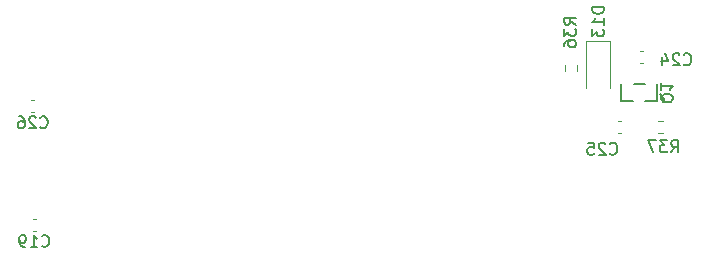
<source format=gbr>
%TF.GenerationSoftware,KiCad,Pcbnew,8.0.0-rc1-91-gb65fa46c3c*%
%TF.CreationDate,2024-02-01T16:18:31+08:00*%
%TF.ProjectId,_____,d0a8a736-612e-46b6-9963-61645f706362,rev?*%
%TF.SameCoordinates,Original*%
%TF.FileFunction,Legend,Bot*%
%TF.FilePolarity,Positive*%
%FSLAX46Y46*%
G04 Gerber Fmt 4.6, Leading zero omitted, Abs format (unit mm)*
G04 Created by KiCad (PCBNEW 8.0.0-rc1-91-gb65fa46c3c) date 2024-02-01 16:18:31*
%MOMM*%
%LPD*%
G01*
G04 APERTURE LIST*
%ADD10C,0.150000*%
%ADD11C,0.120000*%
%ADD12C,0.152500*%
G04 APERTURE END LIST*
D10*
X33853057Y-70267980D02*
X33900676Y-70315600D01*
X33900676Y-70315600D02*
X34043533Y-70363219D01*
X34043533Y-70363219D02*
X34138771Y-70363219D01*
X34138771Y-70363219D02*
X34281628Y-70315600D01*
X34281628Y-70315600D02*
X34376866Y-70220361D01*
X34376866Y-70220361D02*
X34424485Y-70125123D01*
X34424485Y-70125123D02*
X34472104Y-69934647D01*
X34472104Y-69934647D02*
X34472104Y-69791790D01*
X34472104Y-69791790D02*
X34424485Y-69601314D01*
X34424485Y-69601314D02*
X34376866Y-69506076D01*
X34376866Y-69506076D02*
X34281628Y-69410838D01*
X34281628Y-69410838D02*
X34138771Y-69363219D01*
X34138771Y-69363219D02*
X34043533Y-69363219D01*
X34043533Y-69363219D02*
X33900676Y-69410838D01*
X33900676Y-69410838D02*
X33853057Y-69458457D01*
X33472104Y-69458457D02*
X33424485Y-69410838D01*
X33424485Y-69410838D02*
X33329247Y-69363219D01*
X33329247Y-69363219D02*
X33091152Y-69363219D01*
X33091152Y-69363219D02*
X32995914Y-69410838D01*
X32995914Y-69410838D02*
X32948295Y-69458457D01*
X32948295Y-69458457D02*
X32900676Y-69553695D01*
X32900676Y-69553695D02*
X32900676Y-69648933D01*
X32900676Y-69648933D02*
X32948295Y-69791790D01*
X32948295Y-69791790D02*
X33519723Y-70363219D01*
X33519723Y-70363219D02*
X32900676Y-70363219D01*
X32043533Y-69363219D02*
X32234009Y-69363219D01*
X32234009Y-69363219D02*
X32329247Y-69410838D01*
X32329247Y-69410838D02*
X32376866Y-69458457D01*
X32376866Y-69458457D02*
X32472104Y-69601314D01*
X32472104Y-69601314D02*
X32519723Y-69791790D01*
X32519723Y-69791790D02*
X32519723Y-70172742D01*
X32519723Y-70172742D02*
X32472104Y-70267980D01*
X32472104Y-70267980D02*
X32424485Y-70315600D01*
X32424485Y-70315600D02*
X32329247Y-70363219D01*
X32329247Y-70363219D02*
X32138771Y-70363219D01*
X32138771Y-70363219D02*
X32043533Y-70315600D01*
X32043533Y-70315600D02*
X31995914Y-70267980D01*
X31995914Y-70267980D02*
X31948295Y-70172742D01*
X31948295Y-70172742D02*
X31948295Y-69934647D01*
X31948295Y-69934647D02*
X31995914Y-69839409D01*
X31995914Y-69839409D02*
X32043533Y-69791790D01*
X32043533Y-69791790D02*
X32138771Y-69744171D01*
X32138771Y-69744171D02*
X32329247Y-69744171D01*
X32329247Y-69744171D02*
X32424485Y-69791790D01*
X32424485Y-69791790D02*
X32472104Y-69839409D01*
X32472104Y-69839409D02*
X32519723Y-69934647D01*
X33980657Y-80326380D02*
X34028276Y-80374000D01*
X34028276Y-80374000D02*
X34171133Y-80421619D01*
X34171133Y-80421619D02*
X34266371Y-80421619D01*
X34266371Y-80421619D02*
X34409228Y-80374000D01*
X34409228Y-80374000D02*
X34504466Y-80278761D01*
X34504466Y-80278761D02*
X34552085Y-80183523D01*
X34552085Y-80183523D02*
X34599704Y-79993047D01*
X34599704Y-79993047D02*
X34599704Y-79850190D01*
X34599704Y-79850190D02*
X34552085Y-79659714D01*
X34552085Y-79659714D02*
X34504466Y-79564476D01*
X34504466Y-79564476D02*
X34409228Y-79469238D01*
X34409228Y-79469238D02*
X34266371Y-79421619D01*
X34266371Y-79421619D02*
X34171133Y-79421619D01*
X34171133Y-79421619D02*
X34028276Y-79469238D01*
X34028276Y-79469238D02*
X33980657Y-79516857D01*
X33028276Y-80421619D02*
X33599704Y-80421619D01*
X33313990Y-80421619D02*
X33313990Y-79421619D01*
X33313990Y-79421619D02*
X33409228Y-79564476D01*
X33409228Y-79564476D02*
X33504466Y-79659714D01*
X33504466Y-79659714D02*
X33599704Y-79707333D01*
X32552085Y-80421619D02*
X32361609Y-80421619D01*
X32361609Y-80421619D02*
X32266371Y-80374000D01*
X32266371Y-80374000D02*
X32218752Y-80326380D01*
X32218752Y-80326380D02*
X32123514Y-80183523D01*
X32123514Y-80183523D02*
X32075895Y-79993047D01*
X32075895Y-79993047D02*
X32075895Y-79612095D01*
X32075895Y-79612095D02*
X32123514Y-79516857D01*
X32123514Y-79516857D02*
X32171133Y-79469238D01*
X32171133Y-79469238D02*
X32266371Y-79421619D01*
X32266371Y-79421619D02*
X32456847Y-79421619D01*
X32456847Y-79421619D02*
X32552085Y-79469238D01*
X32552085Y-79469238D02*
X32599704Y-79516857D01*
X32599704Y-79516857D02*
X32647323Y-79612095D01*
X32647323Y-79612095D02*
X32647323Y-79850190D01*
X32647323Y-79850190D02*
X32599704Y-79945428D01*
X32599704Y-79945428D02*
X32552085Y-79993047D01*
X32552085Y-79993047D02*
X32456847Y-80040666D01*
X32456847Y-80040666D02*
X32266371Y-80040666D01*
X32266371Y-80040666D02*
X32171133Y-79993047D01*
X32171133Y-79993047D02*
X32123514Y-79945428D01*
X32123514Y-79945428D02*
X32075895Y-79850190D01*
X79194819Y-61587142D02*
X78718628Y-61253809D01*
X79194819Y-61015714D02*
X78194819Y-61015714D01*
X78194819Y-61015714D02*
X78194819Y-61396666D01*
X78194819Y-61396666D02*
X78242438Y-61491904D01*
X78242438Y-61491904D02*
X78290057Y-61539523D01*
X78290057Y-61539523D02*
X78385295Y-61587142D01*
X78385295Y-61587142D02*
X78528152Y-61587142D01*
X78528152Y-61587142D02*
X78623390Y-61539523D01*
X78623390Y-61539523D02*
X78671009Y-61491904D01*
X78671009Y-61491904D02*
X78718628Y-61396666D01*
X78718628Y-61396666D02*
X78718628Y-61015714D01*
X78194819Y-61920476D02*
X78194819Y-62539523D01*
X78194819Y-62539523D02*
X78575771Y-62206190D01*
X78575771Y-62206190D02*
X78575771Y-62349047D01*
X78575771Y-62349047D02*
X78623390Y-62444285D01*
X78623390Y-62444285D02*
X78671009Y-62491904D01*
X78671009Y-62491904D02*
X78766247Y-62539523D01*
X78766247Y-62539523D02*
X79004342Y-62539523D01*
X79004342Y-62539523D02*
X79099580Y-62491904D01*
X79099580Y-62491904D02*
X79147200Y-62444285D01*
X79147200Y-62444285D02*
X79194819Y-62349047D01*
X79194819Y-62349047D02*
X79194819Y-62063333D01*
X79194819Y-62063333D02*
X79147200Y-61968095D01*
X79147200Y-61968095D02*
X79099580Y-61920476D01*
X78194819Y-63396666D02*
X78194819Y-63206190D01*
X78194819Y-63206190D02*
X78242438Y-63110952D01*
X78242438Y-63110952D02*
X78290057Y-63063333D01*
X78290057Y-63063333D02*
X78432914Y-62968095D01*
X78432914Y-62968095D02*
X78623390Y-62920476D01*
X78623390Y-62920476D02*
X79004342Y-62920476D01*
X79004342Y-62920476D02*
X79099580Y-62968095D01*
X79099580Y-62968095D02*
X79147200Y-63015714D01*
X79147200Y-63015714D02*
X79194819Y-63110952D01*
X79194819Y-63110952D02*
X79194819Y-63301428D01*
X79194819Y-63301428D02*
X79147200Y-63396666D01*
X79147200Y-63396666D02*
X79099580Y-63444285D01*
X79099580Y-63444285D02*
X79004342Y-63491904D01*
X79004342Y-63491904D02*
X78766247Y-63491904D01*
X78766247Y-63491904D02*
X78671009Y-63444285D01*
X78671009Y-63444285D02*
X78623390Y-63396666D01*
X78623390Y-63396666D02*
X78575771Y-63301428D01*
X78575771Y-63301428D02*
X78575771Y-63110952D01*
X78575771Y-63110952D02*
X78623390Y-63015714D01*
X78623390Y-63015714D02*
X78671009Y-62968095D01*
X78671009Y-62968095D02*
X78766247Y-62920476D01*
X82075257Y-72495580D02*
X82122876Y-72543200D01*
X82122876Y-72543200D02*
X82265733Y-72590819D01*
X82265733Y-72590819D02*
X82360971Y-72590819D01*
X82360971Y-72590819D02*
X82503828Y-72543200D01*
X82503828Y-72543200D02*
X82599066Y-72447961D01*
X82599066Y-72447961D02*
X82646685Y-72352723D01*
X82646685Y-72352723D02*
X82694304Y-72162247D01*
X82694304Y-72162247D02*
X82694304Y-72019390D01*
X82694304Y-72019390D02*
X82646685Y-71828914D01*
X82646685Y-71828914D02*
X82599066Y-71733676D01*
X82599066Y-71733676D02*
X82503828Y-71638438D01*
X82503828Y-71638438D02*
X82360971Y-71590819D01*
X82360971Y-71590819D02*
X82265733Y-71590819D01*
X82265733Y-71590819D02*
X82122876Y-71638438D01*
X82122876Y-71638438D02*
X82075257Y-71686057D01*
X81694304Y-71686057D02*
X81646685Y-71638438D01*
X81646685Y-71638438D02*
X81551447Y-71590819D01*
X81551447Y-71590819D02*
X81313352Y-71590819D01*
X81313352Y-71590819D02*
X81218114Y-71638438D01*
X81218114Y-71638438D02*
X81170495Y-71686057D01*
X81170495Y-71686057D02*
X81122876Y-71781295D01*
X81122876Y-71781295D02*
X81122876Y-71876533D01*
X81122876Y-71876533D02*
X81170495Y-72019390D01*
X81170495Y-72019390D02*
X81741923Y-72590819D01*
X81741923Y-72590819D02*
X81122876Y-72590819D01*
X80218114Y-71590819D02*
X80694304Y-71590819D01*
X80694304Y-71590819D02*
X80741923Y-72067009D01*
X80741923Y-72067009D02*
X80694304Y-72019390D01*
X80694304Y-72019390D02*
X80599066Y-71971771D01*
X80599066Y-71971771D02*
X80360971Y-71971771D01*
X80360971Y-71971771D02*
X80265733Y-72019390D01*
X80265733Y-72019390D02*
X80218114Y-72067009D01*
X80218114Y-72067009D02*
X80170495Y-72162247D01*
X80170495Y-72162247D02*
X80170495Y-72400342D01*
X80170495Y-72400342D02*
X80218114Y-72495580D01*
X80218114Y-72495580D02*
X80265733Y-72543200D01*
X80265733Y-72543200D02*
X80360971Y-72590819D01*
X80360971Y-72590819D02*
X80599066Y-72590819D01*
X80599066Y-72590819D02*
X80694304Y-72543200D01*
X80694304Y-72543200D02*
X80741923Y-72495580D01*
X81582419Y-60101314D02*
X80582419Y-60101314D01*
X80582419Y-60101314D02*
X80582419Y-60339409D01*
X80582419Y-60339409D02*
X80630038Y-60482266D01*
X80630038Y-60482266D02*
X80725276Y-60577504D01*
X80725276Y-60577504D02*
X80820514Y-60625123D01*
X80820514Y-60625123D02*
X81010990Y-60672742D01*
X81010990Y-60672742D02*
X81153847Y-60672742D01*
X81153847Y-60672742D02*
X81344323Y-60625123D01*
X81344323Y-60625123D02*
X81439561Y-60577504D01*
X81439561Y-60577504D02*
X81534800Y-60482266D01*
X81534800Y-60482266D02*
X81582419Y-60339409D01*
X81582419Y-60339409D02*
X81582419Y-60101314D01*
X81582419Y-61625123D02*
X81582419Y-61053695D01*
X81582419Y-61339409D02*
X80582419Y-61339409D01*
X80582419Y-61339409D02*
X80725276Y-61244171D01*
X80725276Y-61244171D02*
X80820514Y-61148933D01*
X80820514Y-61148933D02*
X80868133Y-61053695D01*
X80582419Y-61958457D02*
X80582419Y-62577504D01*
X80582419Y-62577504D02*
X80963371Y-62244171D01*
X80963371Y-62244171D02*
X80963371Y-62387028D01*
X80963371Y-62387028D02*
X81010990Y-62482266D01*
X81010990Y-62482266D02*
X81058609Y-62529885D01*
X81058609Y-62529885D02*
X81153847Y-62577504D01*
X81153847Y-62577504D02*
X81391942Y-62577504D01*
X81391942Y-62577504D02*
X81487180Y-62529885D01*
X81487180Y-62529885D02*
X81534800Y-62482266D01*
X81534800Y-62482266D02*
X81582419Y-62387028D01*
X81582419Y-62387028D02*
X81582419Y-62101314D01*
X81582419Y-62101314D02*
X81534800Y-62006076D01*
X81534800Y-62006076D02*
X81487180Y-61958457D01*
X88343457Y-64937980D02*
X88391076Y-64985600D01*
X88391076Y-64985600D02*
X88533933Y-65033219D01*
X88533933Y-65033219D02*
X88629171Y-65033219D01*
X88629171Y-65033219D02*
X88772028Y-64985600D01*
X88772028Y-64985600D02*
X88867266Y-64890361D01*
X88867266Y-64890361D02*
X88914885Y-64795123D01*
X88914885Y-64795123D02*
X88962504Y-64604647D01*
X88962504Y-64604647D02*
X88962504Y-64461790D01*
X88962504Y-64461790D02*
X88914885Y-64271314D01*
X88914885Y-64271314D02*
X88867266Y-64176076D01*
X88867266Y-64176076D02*
X88772028Y-64080838D01*
X88772028Y-64080838D02*
X88629171Y-64033219D01*
X88629171Y-64033219D02*
X88533933Y-64033219D01*
X88533933Y-64033219D02*
X88391076Y-64080838D01*
X88391076Y-64080838D02*
X88343457Y-64128457D01*
X87962504Y-64128457D02*
X87914885Y-64080838D01*
X87914885Y-64080838D02*
X87819647Y-64033219D01*
X87819647Y-64033219D02*
X87581552Y-64033219D01*
X87581552Y-64033219D02*
X87486314Y-64080838D01*
X87486314Y-64080838D02*
X87438695Y-64128457D01*
X87438695Y-64128457D02*
X87391076Y-64223695D01*
X87391076Y-64223695D02*
X87391076Y-64318933D01*
X87391076Y-64318933D02*
X87438695Y-64461790D01*
X87438695Y-64461790D02*
X88010123Y-65033219D01*
X88010123Y-65033219D02*
X87391076Y-65033219D01*
X86533933Y-64366552D02*
X86533933Y-65033219D01*
X86772028Y-63985600D02*
X87010123Y-64699885D01*
X87010123Y-64699885D02*
X86391076Y-64699885D01*
X87256857Y-72387619D02*
X87590190Y-71911428D01*
X87828285Y-72387619D02*
X87828285Y-71387619D01*
X87828285Y-71387619D02*
X87447333Y-71387619D01*
X87447333Y-71387619D02*
X87352095Y-71435238D01*
X87352095Y-71435238D02*
X87304476Y-71482857D01*
X87304476Y-71482857D02*
X87256857Y-71578095D01*
X87256857Y-71578095D02*
X87256857Y-71720952D01*
X87256857Y-71720952D02*
X87304476Y-71816190D01*
X87304476Y-71816190D02*
X87352095Y-71863809D01*
X87352095Y-71863809D02*
X87447333Y-71911428D01*
X87447333Y-71911428D02*
X87828285Y-71911428D01*
X86923523Y-71387619D02*
X86304476Y-71387619D01*
X86304476Y-71387619D02*
X86637809Y-71768571D01*
X86637809Y-71768571D02*
X86494952Y-71768571D01*
X86494952Y-71768571D02*
X86399714Y-71816190D01*
X86399714Y-71816190D02*
X86352095Y-71863809D01*
X86352095Y-71863809D02*
X86304476Y-71959047D01*
X86304476Y-71959047D02*
X86304476Y-72197142D01*
X86304476Y-72197142D02*
X86352095Y-72292380D01*
X86352095Y-72292380D02*
X86399714Y-72340000D01*
X86399714Y-72340000D02*
X86494952Y-72387619D01*
X86494952Y-72387619D02*
X86780666Y-72387619D01*
X86780666Y-72387619D02*
X86875904Y-72340000D01*
X86875904Y-72340000D02*
X86923523Y-72292380D01*
X85971142Y-71387619D02*
X85304476Y-71387619D01*
X85304476Y-71387619D02*
X85733047Y-72387619D01*
X86318992Y-67440038D02*
X86366611Y-67535276D01*
X86366611Y-67535276D02*
X86461850Y-67630514D01*
X86461850Y-67630514D02*
X86604707Y-67773371D01*
X86604707Y-67773371D02*
X86652326Y-67868609D01*
X86652326Y-67868609D02*
X86652326Y-67963847D01*
X86414230Y-67916228D02*
X86461850Y-68011466D01*
X86461850Y-68011466D02*
X86557088Y-68106704D01*
X86557088Y-68106704D02*
X86747564Y-68154323D01*
X86747564Y-68154323D02*
X87080897Y-68154323D01*
X87080897Y-68154323D02*
X87271373Y-68106704D01*
X87271373Y-68106704D02*
X87366611Y-68011466D01*
X87366611Y-68011466D02*
X87414230Y-67916228D01*
X87414230Y-67916228D02*
X87414230Y-67725752D01*
X87414230Y-67725752D02*
X87366611Y-67630514D01*
X87366611Y-67630514D02*
X87271373Y-67535276D01*
X87271373Y-67535276D02*
X87080897Y-67487657D01*
X87080897Y-67487657D02*
X86747564Y-67487657D01*
X86747564Y-67487657D02*
X86557088Y-67535276D01*
X86557088Y-67535276D02*
X86461850Y-67630514D01*
X86461850Y-67630514D02*
X86414230Y-67725752D01*
X86414230Y-67725752D02*
X86414230Y-67916228D01*
X86414230Y-66535276D02*
X86414230Y-67106704D01*
X86414230Y-66820990D02*
X87414230Y-66820990D01*
X87414230Y-66820990D02*
X87271373Y-66916228D01*
X87271373Y-66916228D02*
X87176135Y-67011466D01*
X87176135Y-67011466D02*
X87128516Y-67106704D01*
D11*
%TO.C,C26*%
X33350780Y-67968400D02*
X33069620Y-67968400D01*
X33350780Y-68988400D02*
X33069620Y-68988400D01*
%TO.C,C19*%
X33478380Y-78026800D02*
X33197220Y-78026800D01*
X33478380Y-79046800D02*
X33197220Y-79046800D01*
%TO.C,R36*%
X78268300Y-65002142D02*
X78268300Y-65476658D01*
X79313300Y-65002142D02*
X79313300Y-65476658D01*
%TO.C,C25*%
X82771620Y-69771000D02*
X83052780Y-69771000D01*
X82771620Y-70791000D02*
X83052780Y-70791000D01*
%TO.C,D13*%
X80076800Y-66952400D02*
X80076800Y-62942400D01*
X82076800Y-66952400D02*
X82076800Y-62942400D01*
X82076800Y-62942400D02*
X80076800Y-62942400D01*
%TO.C,C24*%
X84920180Y-63827400D02*
X84639020Y-63827400D01*
X84920180Y-64847400D02*
X84639020Y-64847400D01*
%TO.C,R37*%
X86616858Y-69758500D02*
X86142342Y-69758500D01*
X86616858Y-70803500D02*
X86142342Y-70803500D01*
D12*
%TO.C,Q1*%
X83040800Y-68070800D02*
X83040800Y-66618800D01*
X84072300Y-68070800D02*
X83040800Y-68070800D01*
X84111300Y-66618800D02*
X85022300Y-66618800D01*
X85061300Y-68070800D02*
X86092800Y-68070800D01*
X86092800Y-68070800D02*
X86092800Y-66618800D01*
%TD*%
M02*

</source>
